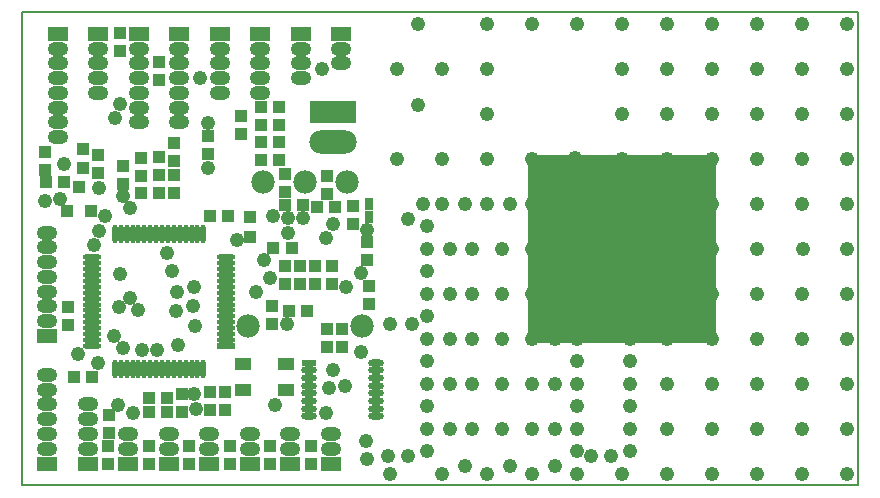
<source format=gts>
%FSAX25Y25*%
%MOIN*%
G70*
G01*
G75*
%ADD10C,0.00800*%
%ADD11R,0.04724X0.03543*%
%ADD12O,0.05512X0.01102*%
%ADD13R,0.05512X0.01102*%
%ADD14O,0.01102X0.05512*%
%ADD15O,0.05512X0.01102*%
%ADD16R,0.02362X0.03150*%
%ADD17R,0.03543X0.03150*%
%ADD18R,0.03150X0.03543*%
%ADD19R,0.03150X0.03150*%
%ADD20R,0.03150X0.03543*%
%ADD21O,0.04331X0.01575*%
%ADD22R,0.04331X0.01575*%
%ADD23C,0.04000*%
%ADD24C,0.01500*%
%ADD25C,0.03000*%
%ADD26C,0.06299*%
%ADD27R,0.15000X0.07000*%
%ADD28O,0.15000X0.07000*%
%ADD29C,0.07000*%
%ADD30O,0.06000X0.04000*%
%ADD31C,0.04000*%
%ADD32R,0.06000X0.04000*%
%ADD33R,0.09449X0.07874*%
%ADD34R,0.03150X0.02362*%
%ADD35O,0.09843X0.02362*%
%ADD36R,0.04921X0.04331*%
%ADD37R,0.04921X0.04331*%
%ADD38R,0.02362X0.03543*%
%ADD39R,0.04724X0.04724*%
%ADD40R,0.12992X0.05906*%
%ADD41R,0.03937X0.05906*%
%ADD42R,0.23622X0.02953*%
%ADD43R,0.23622X0.07087*%
%ADD44O,0.09843X0.02362*%
%ADD45O,0.09843X0.02362*%
%ADD46R,0.09843X0.02362*%
%ADD47C,0.07000*%
%ADD48C,0.02500*%
%ADD49C,0.02400*%
%ADD50C,0.02362*%
%ADD51C,0.02000*%
%ADD52R,0.62992X0.62992*%
%ADD53R,0.05524X0.04343*%
%ADD54O,0.06312X0.01902*%
%ADD55R,0.06312X0.01902*%
%ADD56O,0.01902X0.06312*%
%ADD57O,0.06312X0.01902*%
%ADD58R,0.03162X0.03950*%
%ADD59R,0.04343X0.03950*%
%ADD60R,0.03950X0.04343*%
%ADD61R,0.03950X0.03950*%
%ADD62R,0.03950X0.04343*%
%ADD63O,0.05131X0.02375*%
%ADD64R,0.05131X0.02375*%
%ADD65C,0.07099*%
%ADD66R,0.15800X0.07800*%
%ADD67O,0.15800X0.07800*%
%ADD68C,0.07800*%
%ADD69O,0.06800X0.04800*%
%ADD70C,0.04800*%
%ADD71R,0.06800X0.04800*%
D10*
X0000400Y0000360D02*
Y0157840D01*
Y0157840D02*
X0279140D01*
Y0000360D02*
Y0157840D01*
X0000400Y0000360D02*
X0279140D01*
D52*
X0200400Y0079100D02*
D03*
D53*
X0088484Y0031869D02*
D03*
X0073917Y0040531D02*
D03*
X0088484D02*
D03*
X0073917Y0031869D02*
D03*
D54*
X0068476Y0054586D02*
D03*
Y0050649D02*
D03*
Y0052617D02*
D03*
Y0048680D02*
D03*
Y0056554D02*
D03*
Y0058523D02*
D03*
Y0060491D02*
D03*
Y0062460D02*
D03*
Y0064428D02*
D03*
Y0066397D02*
D03*
Y0068365D02*
D03*
Y0070334D02*
D03*
Y0072302D02*
D03*
Y0074271D02*
D03*
Y0076239D02*
D03*
X0023594D02*
D03*
Y0074271D02*
D03*
Y0072302D02*
D03*
Y0070334D02*
D03*
Y0068365D02*
D03*
Y0066397D02*
D03*
Y0064428D02*
D03*
Y0062460D02*
D03*
Y0060491D02*
D03*
Y0058523D02*
D03*
Y0056554D02*
D03*
Y0054586D02*
D03*
Y0052617D02*
D03*
Y0050649D02*
D03*
Y0048680D02*
D03*
D55*
X0068476Y0046712D02*
D03*
D56*
X0060799Y0083917D02*
D03*
X0058831D02*
D03*
X0056862D02*
D03*
X0052925D02*
D03*
X0050957D02*
D03*
X0048988D02*
D03*
X0045051D02*
D03*
X0043083D02*
D03*
X0041114D02*
D03*
X0037177D02*
D03*
X0035209D02*
D03*
X0033240D02*
D03*
X0031272Y0039035D02*
D03*
X0033240D02*
D03*
X0035209D02*
D03*
X0039146D02*
D03*
X0041114D02*
D03*
X0043083D02*
D03*
X0047020D02*
D03*
X0048988D02*
D03*
X0050957D02*
D03*
X0054894D02*
D03*
X0056862D02*
D03*
X0058831D02*
D03*
X0054894Y0083917D02*
D03*
X0047020D02*
D03*
X0039146D02*
D03*
X0031272D02*
D03*
X0037177Y0039035D02*
D03*
X0045051D02*
D03*
X0052925D02*
D03*
X0060799D02*
D03*
D57*
X0023594Y0046712D02*
D03*
D58*
X0116074Y0089809D02*
D03*
Y0094139D02*
D03*
D59*
X0014200Y0101300D02*
D03*
X0095200Y0058300D02*
D03*
X0089200D02*
D03*
X0008200Y0101300D02*
D03*
X0093874Y0093774D02*
D03*
X0087874D02*
D03*
X0104674Y0092974D02*
D03*
X0098674D02*
D03*
X0042800Y0029200D02*
D03*
X0048800D02*
D03*
X0042800Y0024600D02*
D03*
X0048800D02*
D03*
X0046000Y0097600D02*
D03*
X0040000D02*
D03*
X0023800Y0036500D02*
D03*
X0017800D02*
D03*
X0069000Y0090000D02*
D03*
X0063000D02*
D03*
D60*
X0116074Y0066574D02*
D03*
Y0060574D02*
D03*
X0056174Y0007300D02*
D03*
Y0013300D02*
D03*
X0097900Y0067500D02*
D03*
Y0073500D02*
D03*
X0103600D02*
D03*
Y0067500D02*
D03*
X0087900Y0073500D02*
D03*
Y0067500D02*
D03*
X0083800Y0059900D02*
D03*
Y0053900D02*
D03*
X0085874Y0114774D02*
D03*
Y0108774D02*
D03*
Y0120174D02*
D03*
Y0126174D02*
D03*
X0079874Y0114774D02*
D03*
Y0108774D02*
D03*
Y0120174D02*
D03*
Y0126174D02*
D03*
X0046074Y0135374D02*
D03*
Y0141374D02*
D03*
X0092900Y0067500D02*
D03*
Y0073500D02*
D03*
X0008000Y0105500D02*
D03*
Y0111500D02*
D03*
X0032874Y0150974D02*
D03*
Y0144974D02*
D03*
X0069574Y0007300D02*
D03*
Y0013300D02*
D03*
X0083100Y0007300D02*
D03*
Y0013300D02*
D03*
X0096600D02*
D03*
Y0007300D02*
D03*
X0073200Y0117500D02*
D03*
Y0123500D02*
D03*
X0102000Y0052400D02*
D03*
Y0046400D02*
D03*
X0107000D02*
D03*
Y0052400D02*
D03*
X0040000Y0109400D02*
D03*
Y0103400D02*
D03*
X0034000Y0100600D02*
D03*
Y0106600D02*
D03*
X0025800Y0110400D02*
D03*
Y0104400D02*
D03*
X0062300Y0110600D02*
D03*
Y0116600D02*
D03*
X0015800Y0053600D02*
D03*
Y0059600D02*
D03*
X0029174Y0007300D02*
D03*
X0029200Y0017700D02*
D03*
Y0023700D02*
D03*
X0063000Y0031200D02*
D03*
Y0025200D02*
D03*
X0068000Y0031200D02*
D03*
Y0025200D02*
D03*
X0051000Y0114200D02*
D03*
Y0108200D02*
D03*
Y0103600D02*
D03*
Y0097600D02*
D03*
X0046000Y0103600D02*
D03*
Y0109600D02*
D03*
X0101874Y0103274D02*
D03*
Y0097274D02*
D03*
X0087874Y0098074D02*
D03*
Y0104074D02*
D03*
X0042574Y0013300D02*
D03*
Y0007300D02*
D03*
X0110800Y0093200D02*
D03*
Y0087200D02*
D03*
X0115200Y0075400D02*
D03*
Y0081400D02*
D03*
X0053800Y0024800D02*
D03*
Y0030800D02*
D03*
D61*
X0083926Y0079500D02*
D03*
X0090422D02*
D03*
X0020800Y0105952D02*
D03*
Y0112448D02*
D03*
X0076400Y0083152D02*
D03*
Y0089648D02*
D03*
D62*
X0015363Y0091663D02*
D03*
X0019300Y0099537D02*
D03*
X0023237Y0091663D02*
D03*
X0029174Y0013300D02*
D03*
D63*
X0118295Y0023217D02*
D03*
Y0025776D02*
D03*
Y0028335D02*
D03*
Y0030895D02*
D03*
Y0033454D02*
D03*
Y0036013D02*
D03*
Y0038572D02*
D03*
Y0041131D02*
D03*
X0095854Y0023217D02*
D03*
Y0025776D02*
D03*
Y0028335D02*
D03*
Y0030895D02*
D03*
Y0033454D02*
D03*
Y0036013D02*
D03*
Y0038572D02*
D03*
D64*
Y0041131D02*
D03*
D65*
X0205518Y0079100D02*
D03*
D66*
X0103874Y0124574D02*
D03*
D67*
Y0114574D02*
D03*
D68*
X0080600Y0101400D02*
D03*
X0075600Y0053400D02*
D03*
X0113600D02*
D03*
X0094600Y0101400D02*
D03*
X0108600D02*
D03*
D69*
X0025835Y0135936D02*
D03*
Y0131015D02*
D03*
X0012335Y0145779D02*
D03*
Y0140858D02*
D03*
Y0135936D02*
D03*
Y0131015D02*
D03*
Y0116251D02*
D03*
X0008774Y0084472D02*
D03*
Y0079551D02*
D03*
Y0074630D02*
D03*
Y0069709D02*
D03*
Y0064787D02*
D03*
Y0059866D02*
D03*
Y0054945D02*
D03*
Y0037027D02*
D03*
Y0032106D02*
D03*
Y0027185D02*
D03*
X0008774Y0022264D02*
D03*
X0008774Y0017342D02*
D03*
X0008774Y0012421D02*
D03*
X0039335Y0145779D02*
D03*
Y0140858D02*
D03*
X0052835Y0121172D02*
D03*
Y0126094D02*
D03*
Y0131015D02*
D03*
Y0135936D02*
D03*
Y0140858D02*
D03*
Y0145779D02*
D03*
X0025835Y0140858D02*
D03*
Y0145779D02*
D03*
X0066335Y0131015D02*
D03*
Y0135936D02*
D03*
Y0140858D02*
D03*
Y0145779D02*
D03*
X0079835Y0145779D02*
D03*
Y0140858D02*
D03*
Y0135936D02*
D03*
Y0131015D02*
D03*
X0093335Y0135936D02*
D03*
Y0140858D02*
D03*
Y0145779D02*
D03*
X0049274Y0012421D02*
D03*
Y0017342D02*
D03*
X0103274D02*
D03*
Y0012421D02*
D03*
X0062774D02*
D03*
Y0017342D02*
D03*
X0076274D02*
D03*
Y0012421D02*
D03*
X0089774Y0017342D02*
D03*
Y0012421D02*
D03*
X0106835Y0145779D02*
D03*
Y0140858D02*
D03*
X0039335Y0135936D02*
D03*
Y0121172D02*
D03*
Y0126094D02*
D03*
Y0131015D02*
D03*
X0012335Y0121172D02*
D03*
Y0126094D02*
D03*
X0035774Y0017342D02*
D03*
Y0012421D02*
D03*
X0022274Y0027185D02*
D03*
Y0022264D02*
D03*
Y0012421D02*
D03*
Y0017342D02*
D03*
D70*
X0072000Y0082100D02*
D03*
X0014274Y0107500D02*
D03*
X0081074Y0075374D02*
D03*
X0084594Y0027000D02*
D03*
X0058400Y0025624D02*
D03*
X0132300Y0127100D02*
D03*
Y0154100D02*
D03*
X0195200Y0087300D02*
D03*
X0122400Y0010100D02*
D03*
X0177900Y0019100D02*
D03*
X0170400D02*
D03*
X0177900Y0034100D02*
D03*
X0170400D02*
D03*
X0177900Y0049100D02*
D03*
X0170400D02*
D03*
X0150400D02*
D03*
Y0034100D02*
D03*
Y0019100D02*
D03*
X0160400D02*
D03*
Y0034100D02*
D03*
Y0049100D02*
D03*
X0170400Y0064100D02*
D03*
X0177900D02*
D03*
X0150400D02*
D03*
Y0079100D02*
D03*
X0177900D02*
D03*
X0170400D02*
D03*
X0160400D02*
D03*
Y0064100D02*
D03*
X0142900Y0019100D02*
D03*
Y0034100D02*
D03*
Y0049100D02*
D03*
X0190100Y0010100D02*
D03*
X0122900Y0054100D02*
D03*
X0128900Y0010100D02*
D03*
X0155400Y0094100D02*
D03*
X0202900Y0011600D02*
D03*
X0197900Y0054100D02*
D03*
X0190400D02*
D03*
X0202900Y0056600D02*
D03*
Y0049100D02*
D03*
X0142900Y0064100D02*
D03*
X0202900Y0041600D02*
D03*
Y0034100D02*
D03*
X0142900Y0079100D02*
D03*
X0202900Y0026600D02*
D03*
Y0019100D02*
D03*
X0196600Y0010100D02*
D03*
X0177900Y0006600D02*
D03*
X0185400Y0011600D02*
D03*
Y0019100D02*
D03*
Y0026600D02*
D03*
Y0034100D02*
D03*
Y0041600D02*
D03*
X0130400Y0054100D02*
D03*
X0185400Y0049100D02*
D03*
Y0056600D02*
D03*
X0162900Y0006600D02*
D03*
X0185400Y0064100D02*
D03*
Y0071600D02*
D03*
X0147900Y0006600D02*
D03*
X0185400Y0079100D02*
D03*
X0188300Y0086624D02*
D03*
X0185400Y0094100D02*
D03*
X0115400Y0009100D02*
D03*
X0177900Y0094100D02*
D03*
X0135400Y0011600D02*
D03*
X0170400Y0094100D02*
D03*
X0135400Y0019100D02*
D03*
Y0026600D02*
D03*
X0162900Y0094100D02*
D03*
X0135400Y0034100D02*
D03*
Y0041600D02*
D03*
Y0049100D02*
D03*
Y0056600D02*
D03*
X0147900Y0094100D02*
D03*
X0135400Y0064100D02*
D03*
Y0071600D02*
D03*
Y0079100D02*
D03*
Y0086600D02*
D03*
X0133900Y0094100D02*
D03*
X0140400D02*
D03*
X0115200Y0085500D02*
D03*
X0025600Y0040900D02*
D03*
X0200400Y0094100D02*
D03*
X0140400Y0139100D02*
D03*
X0125400Y0109100D02*
D03*
X0123000Y0004100D02*
D03*
X0155374Y0124100D02*
D03*
X0140400Y0109100D02*
D03*
X0155400D02*
D03*
X0170400D02*
D03*
X0200400D02*
D03*
X0215400D02*
D03*
X0275400Y0079100D02*
D03*
X0245400Y0034100D02*
D03*
X0260400Y0019100D02*
D03*
X0245272Y0004100D02*
D03*
X0012900Y0095600D02*
D03*
X0088700Y0054000D02*
D03*
X0102674Y0032574D02*
D03*
X0113200Y0070900D02*
D03*
X0260400Y0154100D02*
D03*
X0245400D02*
D03*
X0230400D02*
D03*
X0215400D02*
D03*
X0200400D02*
D03*
X0185400D02*
D03*
X0170400D02*
D03*
X0155400D02*
D03*
X0260400Y0139100D02*
D03*
X0245400D02*
D03*
X0230400D02*
D03*
X0155400D02*
D03*
X0260400Y0124100D02*
D03*
X0245400D02*
D03*
X0230400D02*
D03*
X0260400Y0109100D02*
D03*
X0245400D02*
D03*
X0230400D02*
D03*
X0184535Y0109176D02*
D03*
X0260400Y0094100D02*
D03*
X0245400D02*
D03*
X0230400D02*
D03*
X0260535Y0079100D02*
D03*
X0245400D02*
D03*
X0230400D02*
D03*
X0260400Y0064100D02*
D03*
X0245400D02*
D03*
X0215400D02*
D03*
Y0094100D02*
D03*
X0260400Y0049100D02*
D03*
X0245400D02*
D03*
X0230400D02*
D03*
X0215400D02*
D03*
X0260400Y0034100D02*
D03*
X0230400D02*
D03*
X0215400D02*
D03*
X0275400Y0154100D02*
D03*
Y0139100D02*
D03*
Y0124100D02*
D03*
Y0109100D02*
D03*
Y0094100D02*
D03*
Y0064100D02*
D03*
Y0049100D02*
D03*
Y0034100D02*
D03*
Y0019100D02*
D03*
Y0004100D02*
D03*
X0245400Y0019100D02*
D03*
X0230400D02*
D03*
X0215400D02*
D03*
X0260400Y0004100D02*
D03*
X0230400D02*
D03*
X0215400D02*
D03*
X0200400D02*
D03*
X0185400D02*
D03*
X0170400D02*
D03*
X0155400D02*
D03*
X0140400D02*
D03*
X0019100Y0044000D02*
D03*
X0024474Y0080374D02*
D03*
X0008000Y0094900D02*
D03*
X0027874Y0089874D02*
D03*
X0215400Y0139100D02*
D03*
X0200400D02*
D03*
X0215400Y0124100D02*
D03*
X0200400D02*
D03*
X0114900Y0015100D02*
D03*
X0101800Y0024200D02*
D03*
X0113500Y0044700D02*
D03*
X0108174Y0033174D02*
D03*
X0089074Y0084474D02*
D03*
X0101800Y0082700D02*
D03*
X0089074Y0089274D02*
D03*
X0084174Y0090074D02*
D03*
X0083000Y0069400D02*
D03*
X0078200Y0064800D02*
D03*
X0213727Y0074350D02*
D03*
X0210250Y0070873D02*
D03*
X0205500Y0069600D02*
D03*
X0200750Y0087327D02*
D03*
X0205500Y0088600D02*
D03*
X0210250Y0087327D02*
D03*
X0213745Y0083850D02*
D03*
X0215018Y0079100D02*
D03*
X0026174Y0084974D02*
D03*
X0026100Y0099500D02*
D03*
X0062300Y0106100D02*
D03*
X0100400Y0139024D02*
D03*
X0057300Y0059900D02*
D03*
X0052100Y0064700D02*
D03*
X0230400Y0064100D02*
D03*
X0048600Y0077700D02*
D03*
X0057800Y0066300D02*
D03*
X0125400Y0139100D02*
D03*
X0128900Y0089100D02*
D03*
X0202900Y0064100D02*
D03*
X0036500Y0092700D02*
D03*
X0034100Y0096600D02*
D03*
X0050400Y0071600D02*
D03*
X0031300Y0122700D02*
D03*
X0036300Y0062800D02*
D03*
X0058100Y0053500D02*
D03*
X0104000Y0038800D02*
D03*
X0032600Y0059700D02*
D03*
X0037300Y0024400D02*
D03*
X0039000Y0058800D02*
D03*
X0033100Y0070800D02*
D03*
X0052200Y0046900D02*
D03*
X0057700Y0030700D02*
D03*
X0033000Y0127300D02*
D03*
X0034100Y0046000D02*
D03*
X0030900Y0049900D02*
D03*
X0093900Y0089300D02*
D03*
X0040500Y0045200D02*
D03*
X0045300D02*
D03*
X0051600Y0058300D02*
D03*
X0103900Y0087300D02*
D03*
X0032500Y0027000D02*
D03*
X0108300Y0066400D02*
D03*
X0062300Y0121000D02*
D03*
X0059800Y0136000D02*
D03*
D71*
X0012335Y0150700D02*
D03*
X0008774Y0050024D02*
D03*
Y0007500D02*
D03*
X0039335Y0150700D02*
D03*
X0052835D02*
D03*
X0025835Y0150700D02*
D03*
X0066335D02*
D03*
X0079835Y0150700D02*
D03*
X0093335Y0150700D02*
D03*
X0049274Y0007500D02*
D03*
X0103274D02*
D03*
X0062774D02*
D03*
X0076274D02*
D03*
X0089774D02*
D03*
X0106835Y0150700D02*
D03*
X0035774Y0007500D02*
D03*
X0022274Y0007500D02*
D03*
M02*

</source>
